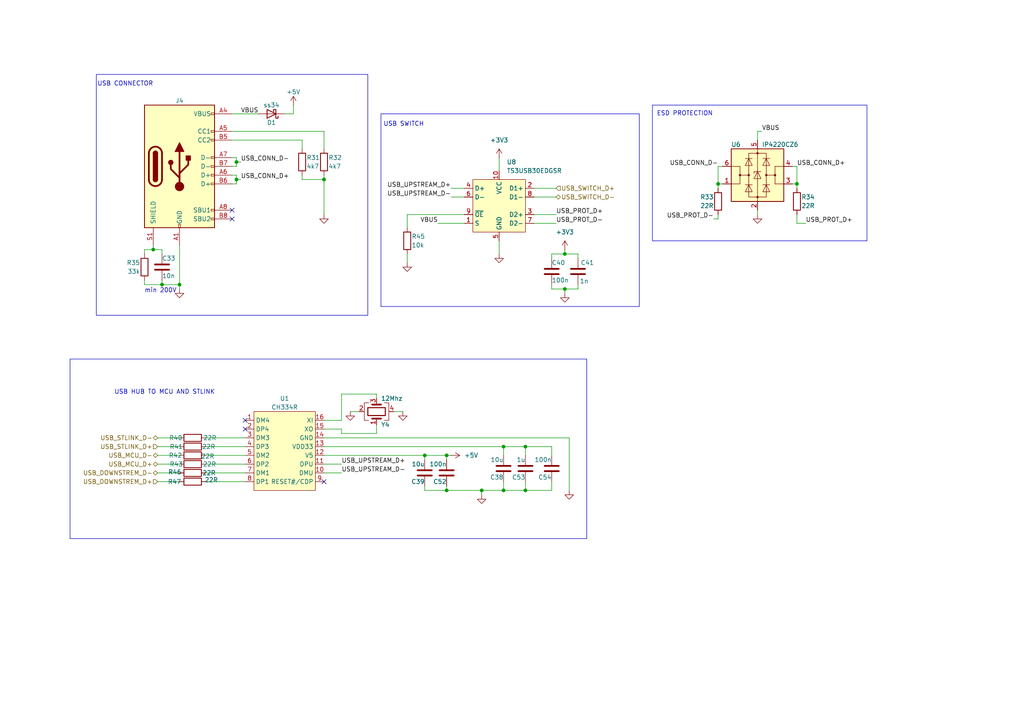
<source format=kicad_sch>
(kicad_sch (version 20231120) (generator "eeschema") (generator_version "8.0")
  (paper "A4")
  (title_block (title "USB") (date "2025-01-10") (rev "1.0") (company "Patryk Dudziński"))
  (lib_symbols
    (symbol "Connector:USB_C_Receptacle_USB2.0" (pin_names (offset 1.016))
      (property "Reference" "J" (at -10.16 19.05 0))
      (property "Value" "USB_C_Receptacle_USB2.0" (at 19.05 19.05 0))
      (symbol "USB_C_Receptacle_USB2.0_0_0"
        (rectangle (start -0.254 -17.78) (end 0.254 -16.764))
        (rectangle (start 10.16 -14.986) (end 9.144 -15.494))
        (rectangle (start 10.16 -12.446) (end 9.144 -12.954))
        (rectangle (start 10.16 -4.826) (end 9.144 -5.334))
        (rectangle (start 10.16 -2.286) (end 9.144 -2.794))
        (rectangle (start 10.16 0.254) (end 9.144 -0.254))
        (rectangle (start 10.16 2.794) (end 9.144 2.286))
        (rectangle (start 10.16 7.874) (end 9.144 7.366))
        (rectangle (start 10.16 10.414) (end 9.144 9.906))
        (rectangle (start 10.16 15.494) (end 9.144 14.986))
      )
      (symbol "USB_C_Receptacle_USB2.0_0_1"
        (rectangle (start -10.16 17.78) (end 10.16 -17.78) (stroke (width 0.254)) (fill (type background)))
        (arc (start -8.89 -3.81) (mid -6.985 -5.7067) (end -5.08 -3.81) (stroke (width 0.508)))
        (arc (start -7.62 -3.81) (mid -6.985 -4.4423) (end -6.35 -3.81) (stroke (width 0.254)))
        (arc (start -7.62 -3.81) (mid -6.985 -4.4423) (end -6.35 -3.81) (stroke (width 0.254)) (fill (type outline)))
        (rectangle (start -7.62 -3.81) (end -6.35 3.81) (stroke (width 0.254)) (fill (type outline)))
        (arc (start -6.35 3.81) (mid -6.985 4.4423) (end -7.62 3.81) (stroke (width 0.254)))
        (arc (start -6.35 3.81) (mid -6.985 4.4423) (end -7.62 3.81) (stroke (width 0.254)) (fill (type outline)))
        (arc (start -5.08 3.81) (mid -6.985 5.7067) (end -8.89 3.81) (stroke (width 0.508)))
        (circle (center -2.54 1.143) (radius 0.635) (stroke (width 0.254)) (fill (type outline)))
        (circle (center 0 -5.842) (radius 1.27) (fill (type outline)))
        (polyline (pts (xy -8.89 -3.81) (xy -8.89 3.81)) (stroke (width 0.508)))
        (polyline (pts (xy -5.08 3.81) (xy -5.08 -3.81)) (stroke (width 0.508)))
        (polyline (pts (xy 0 -5.842) (xy 0 4.318)) (stroke (width 0.508)))
        (polyline (pts (xy 0 -3.302) (xy -2.54 -0.762) (xy -2.54 0.508)) (stroke (width 0.508)))
        (polyline (pts (xy 0 -2.032) (xy 2.54 0.508) (xy 2.54 1.778)) (stroke (width 0.508)))
        (polyline (pts (xy -1.27 4.318) (xy 0 6.858) (xy 1.27 4.318) (xy -1.27 4.318)) (stroke (width 0.254)) (fill (type outline)))
        (rectangle (start 1.905 1.778) (end 3.175 3.048) (stroke (width 0.254)) (fill (type outline)))
      )
      (symbol "USB_C_Receptacle_USB2.0_1_1"
        (pin passive line (at 0 -22.86 90) (length 5.08) (name "GND") (number "A1"))
        (pin passive line (at 0 -22.86 90) (length 5.08) hide (name "GND") (number "A12"))
        (pin passive line (at 15.24 15.24 180) (length 5.08) (name "VBUS") (number "A4"))
        (pin bidirectional line (at 15.24 10.16 180) (length 5.08) (name "CC1") (number "A5"))
        (pin bidirectional line (at 15.24 -2.54 180) (length 5.08) (name "D+") (number "A6"))
        (pin bidirectional line (at 15.24 2.54 180) (length 5.08) (name "D-") (number "A7"))
        (pin bidirectional line (at 15.24 -12.7 180) (length 5.08) (name "SBU1") (number "A8"))
        (pin passive line (at 15.24 15.24 180) (length 5.08) hide (name "VBUS") (number "A9"))
        (pin passive line (at 0 -22.86 90) (length 5.08) hide (name "GND") (number "B1"))
        (pin passive line (at 0 -22.86 90) (length 5.08) hide (name "GND") (number "B12"))
        (pin passive line (at 15.24 15.24 180) (length 5.08) hide (name "VBUS") (number "B4"))
        (pin bidirectional line (at 15.24 7.62 180) (length 5.08) (name "CC2") (number "B5"))
        (pin bidirectional line (at 15.24 -5.08 180) (length 5.08) (name "D+") (number "B6"))
        (pin bidirectional line (at 15.24 0 180) (length 5.08) (name "D-") (number "B7"))
        (pin bidirectional line (at 15.24 -15.24 180) (length 5.08) (name "SBU2") (number "B8"))
        (pin passive line (at 15.24 15.24 180) (length 5.08) hide (name "VBUS") (number "B9"))
        (pin passive line (at -7.62 -22.86 90) (length 5.08) (name "SHIELD") (number "S1"))
      )
    )
    (symbol "Device:C" (pin_numbers hide) (pin_names (offset 0.254))
      (property "Reference" "C" (at 0.635 2.54 0))
      (property "Value" "C" (at 0.635 -2.54 0))
      (symbol "C_0_1"
        (polyline (pts (xy -2.032 -0.762) (xy 2.032 -0.762)) (stroke (width 0.508)))
        (polyline (pts (xy -2.032 0.762) (xy 2.032 0.762)) (stroke (width 0.508)))
      )
      (symbol "C_1_1"
        (pin passive line (at 0 3.81 270) (length 2.794) (name "~") (number "1"))
        (pin passive line (at 0 -3.81 90) (length 2.794) (name "~") (number "2"))
      )
    )
    (symbol "Device:Crystal_GND24" (pin_names (offset 1.016) hide)
      (property "Reference" "Y" (at 3.175 5.08 0))
      (property "Value" "Crystal_GND24" (at 3.175 3.175 0))
      (symbol "Crystal_GND24_0_1"
        (rectangle (start -1.143 2.54) (end 1.143 -2.54) (stroke (width 0.3048)))
        (polyline (pts (xy -2.54 0) (xy -2.032 0)))
        (polyline (pts (xy -2.032 -1.27) (xy -2.032 1.27)) (stroke (width 0.508)))
        (polyline (pts (xy 0 -3.81) (xy 0 -3.556)))
        (polyline (pts (xy 0 3.556) (xy 0 3.81)))
        (polyline (pts (xy 2.032 -1.27) (xy 2.032 1.27)) (stroke (width 0.508)))
        (polyline (pts (xy 2.032 0) (xy 2.54 0)))
        (polyline (pts (xy -2.54 -2.286) (xy -2.54 -3.556) (xy 2.54 -3.556) (xy 2.54 -2.286)))
        (polyline (pts (xy -2.54 2.286) (xy -2.54 3.556) (xy 2.54 3.556) (xy 2.54 2.286)))
      )
      (symbol "Crystal_GND24_1_1"
        (pin passive line (at -3.81 0 0) (length 1.27) (name "1") (number "1"))
        (pin passive line (at 0 5.08 270) (length 1.27) (name "2") (number "2"))
        (pin passive line (at 3.81 0 180) (length 1.27) (name "3") (number "3"))
        (pin passive line (at 0 -5.08 90) (length 1.27) (name "4") (number "4"))
      )
    )
    (symbol "Device:D_Schottky" (pin_numbers hide) (pin_names (offset 1.016) hide)
      (property "Reference" "D" (at 0 2.54 0))
      (property "Value" "D_Schottky" (at 0 -2.54 0))
      (symbol "D_Schottky_0_1"
        (polyline (pts (xy 1.27 0) (xy -1.27 0)))
        (polyline (pts (xy 1.27 1.27) (xy 1.27 -1.27) (xy -1.27 0) (xy 1.27 1.27)) (stroke (width 0.254)))
        (polyline (pts (xy -1.905 0.635) (xy -1.905 1.27) (xy -1.27 1.27) (xy -1.27 -1.27) (xy -0.635 -1.27) (xy -0.635 -0.635)) (stroke (width 0.254)))
      )
      (symbol "D_Schottky_1_1"
        (pin passive line (at -3.81 0 0) (length 2.54) (name "K") (number "1"))
        (pin passive line (at 3.81 0 180) (length 2.54) (name "A") (number "2"))
      )
    )
    (symbol "Device:R" (pin_numbers hide) (pin_names (offset 0))
      (property "Reference" "R" (at 2.032 0 90))
      (property "Value" "R" (at 0 0 90))
      (symbol "R_0_1"
        (rectangle (start -1.016 -2.54) (end 1.016 2.54) (stroke (width 0.254)))
      )
      (symbol "R_1_1"
        (pin passive line (at 0 3.81 270) (length 1.27) (name "~") (number "1"))
        (pin passive line (at 0 -3.81 90) (length 1.27) (name "~") (number "2"))
      )
    )
    (symbol "Interface_USB:TS3USB30EDGSR"
      (property "Reference" "U" (at -6.35 8.89 0))
      (property "Value" "TS3USB30EDGSR" (at 8.89 8.89 0))
      (symbol "TS3USB30EDGSR_1_1"
        (rectangle (start -7.62 7.62) (end 7.62 -7.62) (fill (type background)))
        (pin input line (at -10.16 -5.08 0) (length 2.54) (name "S") (number "1"))
        (pin power_in line (at 0 10.16 270) (length 2.54) (name "VCC") (number "10"))
        (pin bidirectional line (at 10.16 5.08 180) (length 2.54) (name "D1+") (number "2"))
        (pin bidirectional line (at 10.16 -2.54 180) (length 2.54) (name "D2+") (number "3"))
        (pin bidirectional line (at -10.16 5.08 0) (length 2.54) (name "D+") (number "4"))
        (pin power_in line (at 0 -10.16 90) (length 2.54) (name "GND") (number "5"))
        (pin bidirectional line (at -10.16 2.54 0) (length 2.54) (name "D-") (number "6"))
        (pin bidirectional line (at 10.16 -5.08 180) (length 2.54) (name "D2-") (number "7"))
        (pin bidirectional line (at 10.16 2.54 180) (length 2.54) (name "D1-") (number "8"))
        (pin input line (at -10.16 -2.54 0) (length 2.54) (name "~{OE}") (number "9"))
      )
    )
    (symbol "Power_Protection:USBLC6-2SC6" (pin_names hide)
      (property "Reference" "U" (at 2.54 8.89 0))
      (property "Value" "USBLC6-2SC6" (at 2.54 -8.89 0))
      (symbol "USBLC6-2SC6_0_1"
        (rectangle (start -7.62 -7.62) (end 7.62 7.62) (stroke (width 0.254)) (fill (type background)))
        (circle (center -5.08 0) (radius 0.254) (fill (type outline)))
        (circle (center -2.54 0) (radius 0.254) (fill (type outline)))
        (rectangle (start -2.54 6.35) (end 2.54 -6.35))
        (circle (center 0 -6.35) (radius 0.254) (fill (type outline)))
        (polyline (pts (xy -5.08 -2.54) (xy -7.62 -2.54)))
        (polyline (pts (xy -5.08 0) (xy -5.08 -2.54)))
        (polyline (pts (xy -5.08 2.54) (xy -7.62 2.54)))
        (polyline (pts (xy -1.524 -2.794) (xy -3.556 -2.794)))
        (polyline (pts (xy -1.524 4.826) (xy -3.556 4.826)))
        (polyline (pts (xy 0 -7.62) (xy 0 -6.35)))
        (polyline (pts (xy 0 -6.35) (xy 0 1.27)))
        (polyline (pts (xy 0 1.27) (xy 0 6.35)))
        (polyline (pts (xy 0 6.35) (xy 0 7.62)))
        (polyline (pts (xy 1.524 -2.794) (xy 3.556 -2.794)))
        (polyline (pts (xy 1.524 4.826) (xy 3.556 4.826)))
        (polyline (pts (xy 5.08 -2.54) (xy 7.62 -2.54)))
        (polyline (pts (xy 5.08 0) (xy 5.08 -2.54)))
        (polyline (pts (xy 5.08 2.54) (xy 7.62 2.54)))
        (polyline (pts (xy -2.54 0) (xy -5.08 0) (xy -5.08 2.54)))
        (polyline (pts (xy 2.54 0) (xy 5.08 0) (xy 5.08 2.54)))
        (polyline (pts (xy -3.556 -4.826) (xy -1.524 -4.826) (xy -2.54 -2.794) (xy -3.556 -4.826)))
        (polyline (pts (xy -3.556 2.794) (xy -1.524 2.794) (xy -2.54 4.826) (xy -3.556 2.794)))
        (polyline (pts (xy -1.016 -1.016) (xy 1.016 -1.016) (xy 0 1.016) (xy -1.016 -1.016)))
        (polyline (pts (xy 1.016 1.016) (xy 0.762 1.016) (xy -1.016 1.016) (xy -1.016 0.508)))
        (polyline (pts (xy 3.556 -4.826) (xy 1.524 -4.826) (xy 2.54 -2.794) (xy 3.556 -4.826)))
        (polyline (pts (xy 3.556 2.794) (xy 1.524 2.794) (xy 2.54 4.826) (xy 3.556 2.794)))
        (circle (center 0 6.35) (radius 0.254) (fill (type outline)))
        (circle (center 2.54 0) (radius 0.254) (fill (type outline)))
        (circle (center 5.08 0) (radius 0.254) (fill (type outline)))
      )
      (symbol "USBLC6-2SC6_1_1"
        (pin passive line (at -10.16 -2.54 0) (length 2.54) (name "I/O1") (number "1"))
        (pin passive line (at 0 -10.16 90) (length 2.54) (name "GND") (number "2"))
        (pin passive line (at 10.16 -2.54 180) (length 2.54) (name "I/O2") (number "3"))
        (pin passive line (at 10.16 2.54 180) (length 2.54) (name "I/O2") (number "4"))
        (pin passive line (at 0 10.16 270) (length 2.54) (name "VBUS") (number "5"))
        (pin passive line (at -10.16 2.54 0) (length 2.54) (name "I/O1") (number "6"))
      )
    )
    (symbol "WCH_USB:CH334R"
      (property "Reference" "U" (at 0 3.81 0))
      (property "Value" "CH334R" (at 0 1.27 0))
      (symbol "CH334R_0_1"
        (rectangle (start -8.89 0) (end 8.89 -22.86) (stroke (width 0.1524)) (fill (type background)))
      )
      (symbol "CH334R_1_1"
        (pin bidirectional line (at -11.43 -2.54 0) (length 2.54) (name "DM4") (number "1"))
        (pin bidirectional line (at 11.43 -17.78 180) (length 2.54) (name "DMU") (number "10"))
        (pin bidirectional line (at 11.43 -15.24 180) (length 2.54) (name "DPU") (number "11"))
        (pin power_in line (at 11.43 -12.7 180) (length 2.54) (name "V5") (number "12"))
        (pin power_out line (at 11.43 -10.16 180) (length 2.54) (name "VDD33") (number "13"))
        (pin power_in line (at 11.43 -7.62 180) (length 2.54) (name "GND") (number "14"))
        (pin bidirectional line (at 11.43 -5.08 180) (length 2.54) (name "XO") (number "15"))
        (pin bidirectional line (at 11.43 -2.54 180) (length 2.54) (name "XI") (number "16"))
        (pin bidirectional line (at -11.43 -5.08 0) (length 2.54) (name "DP4") (number "2"))
        (pin bidirectional line (at -11.43 -7.62 0) (length 2.54) (name "DM3") (number "3"))
        (pin bidirectional line (at -11.43 -10.16 0) (length 2.54) (name "DP3") (number "4"))
        (pin bidirectional line (at -11.43 -12.7 0) (length 2.54) (name "DM2") (number "5"))
        (pin bidirectional line (at -11.43 -15.24 0) (length 2.54) (name "DP2") (number "6"))
        (pin bidirectional line (at -11.43 -17.78 0) (length 2.54) (name "DM1") (number "7"))
        (pin bidirectional line (at -11.43 -20.32 0) (length 2.54) (name "DP1") (number "8"))
        (pin bidirectional line (at 11.43 -20.32 180) (length 2.54) (name "RESET#/CDP") (number "9"))
      )
    )
    (symbol "power:+3V3" (power) (pin_numbers hide) (pin_names (offset 0) hide)
      (property "Value" "+3V3" (at 0 3.556 0))
      (symbol "+3V3_0_1"
        (polyline (pts (xy -0.762 1.27) (xy 0 2.54)))
        (polyline (pts (xy 0 0) (xy 0 2.54)))
        (polyline (pts (xy 0 2.54) (xy 0.762 1.27)))
      )
      (symbol "+3V3_1_1"
        (pin power_in line (at 0 0 90) (length 0) (name "~") (number "1"))
      )
    )
    (symbol "power:+5V" (power) (pin_numbers hide) (pin_names (offset 0) hide)
      (property "Value" "+5V" (at 0 3.556 0))
      (symbol "+5V_0_1"
        (polyline (pts (xy -0.762 1.27) (xy 0 2.54)))
        (polyline (pts (xy 0 0) (xy 0 2.54)))
        (polyline (pts (xy 0 2.54) (xy 0.762 1.27)))
      )
      (symbol "+5V_1_1"
        (pin power_in line (at 0 0 90) (length 0) (name "~") (number "1"))
      )
    )
    (symbol "power:GND" (power) (pin_names (offset 0))
      (property "Value" "GND" (at 0 -3.81 0))
      (symbol "GND_0_1"
        (polyline (pts (xy 0 0) (xy 0 -1.27) (xy 1.27 -1.27) (xy 0 -2.54) (xy -1.27 -1.27) (xy 0 -1.27)))
      )
      (symbol "GND_1_1"
        (pin power_in line (at 0 0 270) (length 0) hide (name "GND") (number "1"))
      )
    )
  )
  (junction (at 208.28 53.34))
  (junction (at 52.07 82.55))
  (junction (at 123.19 132.08))
  (junction (at 93.98 52.07))
  (junction (at 46.99 82.55))
  (junction (at 129.54 132.08))
  (junction (at 129.54 142.24))
  (junction (at 146.05 129.54))
  (junction (at 68.58 46.99))
  (junction (at 146.05 142.24))
  (junction (at 139.7 142.24))
  (junction (at 231.14 53.34))
  (junction (at 68.58 52.07))
  (junction (at 163.83 73.66))
  (junction (at 152.4 129.54))
  (junction (at 152.4 142.24))
  (junction (at 44.45 72.39))
  (junction (at 163.83 83.82))
  (no_connect (at 67.31 63.5))
  (no_connect (at 71.12 124.46))
  (no_connect (at 71.12 121.92))
  (no_connect (at 67.31 60.96))
  (no_connect (at 93.98 139.7))
  (wire (pts (xy 44.45 72.39) (xy 41.91 72.39)))
  (wire (pts (xy 144.78 69.85) (xy 144.78 73.66)))
  (wire (pts (xy 93.98 132.08) (xy 123.19 132.08)))
  (wire (pts (xy 118.11 62.23) (xy 134.62 62.23)))
  (wire (pts (xy 208.28 53.34) (xy 209.55 53.34)))
  (wire (pts (xy 154.94 62.23) (xy 161.29 62.23)))
  (wire (pts (xy 129.54 133.35) (xy 129.54 132.08)))
  (wire (pts (xy 59.69 127) (xy 71.12 127)))
  (wire (pts (xy 68.58 52.07) (xy 69.85 52.07)))
  (wire (pts (xy 59.69 129.54) (xy 71.12 129.54)))
  (wire (pts (xy 167.64 73.66) (xy 167.64 74.93)))
  (wire (pts (xy 208.28 48.26) (xy 208.28 53.34)))
  (wire (pts (xy 68.58 50.8) (xy 67.31 50.8)))
  (wire (pts (xy 93.98 129.54) (xy 146.05 129.54)))
  (wire (pts (xy 130.81 57.15) (xy 134.62 57.15)))
  (wire (pts (xy 59.69 132.08) (xy 71.12 132.08)))
  (wire (pts (xy 146.05 129.54) (xy 146.05 132.08)))
  (wire (pts (xy 99.06 125.73) (xy 109.22 125.73)))
  (wire (pts (xy 152.4 129.54) (xy 160.02 129.54)))
  (wire (pts (xy 167.64 83.82) (xy 167.64 82.55)))
  (wire (pts (xy 59.69 137.16) (xy 71.12 137.16)))
  (wire (pts (xy 219.71 38.1) (xy 219.71 40.64)))
  (wire (pts (xy 123.19 142.24) (xy 129.54 142.24)))
  (wire (pts (xy 129.54 132.08) (xy 130.81 132.08)))
  (wire (pts (xy 68.58 45.72) (xy 67.31 45.72)))
  (wire (pts (xy 52.07 71.12) (xy 52.07 82.55)))
  (wire (pts (xy 163.83 83.82) (xy 163.83 85.09)))
  (wire (pts (xy 44.45 71.12) (xy 44.45 72.39)))
  (wire (pts (xy 46.99 72.39) (xy 46.99 73.66)))
  (wire (pts (xy 41.91 82.55) (xy 46.99 82.55)))
  (wire (pts (xy 114.3 119.38) (xy 116.84 119.38)))
  (wire (pts (xy 123.19 140.97) (xy 123.19 142.24)))
  (wire (pts (xy 231.14 48.26) (xy 231.14 53.34)))
  (wire (pts (xy 68.58 53.34) (xy 68.58 52.07)))
  (wire (pts (xy 101.6 119.38) (xy 104.14 119.38)))
  (wire (pts (xy 87.63 50.8) (xy 87.63 52.07)))
  (wire (pts (xy 130.81 54.61) (xy 134.62 54.61)))
  (wire (pts (xy 167.64 73.66) (xy 163.83 73.66)))
  (wire (pts (xy 67.31 33.02) (xy 74.93 33.02)))
  (wire (pts (xy 52.07 82.55) (xy 52.07 83.82)))
  (wire (pts (xy 67.31 53.34) (xy 68.58 53.34)))
  (wire (pts (xy 46.99 82.55) (xy 46.99 81.28)))
  (wire (pts (xy 163.83 83.82) (xy 167.64 83.82)))
  (wire (pts (xy 160.02 139.7) (xy 160.02 142.24)))
  (wire (pts (xy 41.91 72.39) (xy 41.91 73.66)))
  (wire (pts (xy 160.02 82.55) (xy 160.02 83.82)))
  (wire (pts (xy 87.63 52.07) (xy 93.98 52.07)))
  (wire (pts (xy 129.54 140.97) (xy 129.54 142.24)))
  (wire (pts (xy 59.69 134.62) (xy 71.12 134.62)))
  (wire (pts (xy 229.87 48.26) (xy 231.14 48.26)))
  (wire (pts (xy 163.83 73.66) (xy 163.83 72.39)))
  (wire (pts (xy 127 64.77) (xy 134.62 64.77)))
  (wire (pts (xy 139.7 142.24) (xy 139.7 143.51)))
  (wire (pts (xy 152.4 139.7) (xy 152.4 142.24)))
  (wire (pts (xy 45.72 137.16) (xy 52.07 137.16)))
  (wire (pts (xy 59.69 139.7) (xy 71.12 139.7)))
  (wire (pts (xy 93.98 50.8) (xy 93.98 52.07)))
  (wire (pts (xy 219.71 60.96) (xy 219.71 62.23)))
  (wire (pts (xy 41.91 81.28) (xy 41.91 82.55)))
  (wire (pts (xy 160.02 73.66) (xy 160.02 74.93)))
  (wire (pts (xy 207.01 63.5) (xy 208.28 63.5)))
  (wire (pts (xy 99.06 114.3) (xy 99.06 121.92)))
  (wire (pts (xy 93.98 52.07) (xy 93.98 62.23)))
  (wire (pts (xy 87.63 40.64) (xy 87.63 43.18)))
  (wire (pts (xy 160.02 83.82) (xy 163.83 83.82)))
  (wire (pts (xy 93.98 134.62) (xy 99.06 134.62)))
  (wire (pts (xy 233.68 64.77) (xy 231.14 64.77)))
  (wire (pts (xy 163.83 73.66) (xy 160.02 73.66)))
  (wire (pts (xy 152.4 142.24) (xy 146.05 142.24)))
  (wire (pts (xy 139.7 142.24) (xy 129.54 142.24)))
  (wire (pts (xy 109.22 114.3) (xy 109.22 115.57)))
  (wire (pts (xy 123.19 132.08) (xy 129.54 132.08)))
  (wire (pts (xy 68.58 52.07) (xy 68.58 50.8)))
  (wire (pts (xy 45.72 134.62) (xy 52.07 134.62)))
  (wire (pts (xy 146.05 129.54) (xy 152.4 129.54)))
  (wire (pts (xy 67.31 40.64) (xy 87.63 40.64)))
  (wire (pts (xy 154.94 57.15) (xy 161.29 57.15)))
  (wire (pts (xy 208.28 63.5) (xy 208.28 62.23)))
  (wire (pts (xy 208.28 48.26) (xy 209.55 48.26)))
  (wire (pts (xy 165.1 127) (xy 93.98 127)))
  (wire (pts (xy 160.02 142.24) (xy 152.4 142.24)))
  (wire (pts (xy 68.58 48.26) (xy 68.58 46.99)))
  (wire (pts (xy 118.11 73.66) (xy 118.11 76.2)))
  (wire (pts (xy 231.14 64.77) (xy 231.14 62.23)))
  (wire (pts (xy 118.11 66.04) (xy 118.11 62.23)))
  (wire (pts (xy 109.22 123.19) (xy 109.22 125.73)))
  (wire (pts (xy 146.05 142.24) (xy 146.05 139.7)))
  (wire (pts (xy 45.72 129.54) (xy 52.07 129.54)))
  (wire (pts (xy 93.98 43.18) (xy 93.98 38.1)))
  (wire (pts (xy 231.14 54.61) (xy 231.14 53.34)))
  (wire (pts (xy 165.1 142.24) (xy 165.1 127)))
  (wire (pts (xy 154.94 64.77) (xy 161.29 64.77)))
  (wire (pts (xy 67.31 48.26) (xy 68.58 48.26)))
  (wire (pts (xy 160.02 132.08) (xy 160.02 129.54)))
  (wire (pts (xy 68.58 46.99) (xy 69.85 46.99)))
  (wire (pts (xy 46.99 82.55) (xy 52.07 82.55)))
  (wire (pts (xy 45.72 127) (xy 52.07 127)))
  (wire (pts (xy 93.98 121.92) (xy 99.06 121.92)))
  (wire (pts (xy 123.19 133.35) (xy 123.19 132.08)))
  (wire (pts (xy 139.7 142.24) (xy 146.05 142.24)))
  (wire (pts (xy 99.06 124.46) (xy 93.98 124.46)))
  (wire (pts (xy 99.06 125.73) (xy 99.06 124.46)))
  (wire (pts (xy 45.72 132.08) (xy 52.07 132.08)))
  (wire (pts (xy 85.09 33.02) (xy 85.09 30.48)))
  (wire (pts (xy 144.78 45.72) (xy 144.78 49.53)))
  (wire (pts (xy 67.31 38.1) (xy 93.98 38.1)))
  (wire (pts (xy 208.28 54.61) (xy 208.28 53.34)))
  (wire (pts (xy 231.14 53.34) (xy 229.87 53.34)))
  (wire (pts (xy 99.06 114.3) (xy 109.22 114.3)))
  (wire (pts (xy 152.4 129.54) (xy 152.4 132.08)))
  (wire (pts (xy 45.72 139.7) (xy 52.07 139.7)))
  (wire (pts (xy 220.98 38.1) (xy 219.71 38.1)))
  (wire (pts (xy 93.98 137.16) (xy 99.06 137.16)))
  (wire (pts (xy 68.58 46.99) (xy 68.58 45.72)))
  (wire (pts (xy 82.55 33.02) (xy 85.09 33.02)))
  (wire (pts (xy 44.45 72.39) (xy 46.99 72.39)))
  (wire (pts (xy 154.94 54.61) (xy 161.29 54.61)))
  (rectangle (start 27.94 21.59) (end 106.68 91.44))
  (rectangle (start 20.32 104.14) (end 170.18 156.21))
  (rectangle (start 110.49 33.02) (end 185.42 88.9))
  (rectangle (start 189.23 30.48) (end 251.46 69.85))
  (text "USB SWITCH" (at 117.094 36.068 0) (effects (font (size 1.27 1.27))))
  (text "USB CONNECTOR\n" (at 36.322 24.384 0) (effects (font (size 1.27 1.27))))
  (text "USB HUB TO MCU AND STLINK" (at 47.752 113.792 0) (effects (font (size 1.27 1.27))))
  (text "ESD PROTECTION\n" (at 198.628 33.02 0) (effects (font (size 1.27 1.27))))
  (text "min 200V" (at 41.91 85.09 0) (effects (font (size 1.27 1.27)) (justify left bottom)))
  (label "USB_CONN_D+" (at 231.14 48.26 0))
  (label "VBUS" (at 127 64.77 180))
  (label "USB_UPSTREAM_D-" (at 99.06 137.16 0))
  (label "USB_UPSTREAM_D+" (at 130.81 54.61 180))
  (label "USB_CONN_D+" (at 69.85 52.07 0))
  (label "USB_PROT_D-" (at 207.01 63.5 180))
  (label "VBUS" (at 220.98 38.1 0))
  (label "USB_PROT_D+" (at 161.29 62.23 0))
  (label "USB_CONN_D-" (at 69.85 46.99 0))
  (label "USB_PROT_D-" (at 161.29 64.77 0))
  (label "VBUS" (at 69.85 33.02 0))
  (label "USB_CONN_D-" (at 208.28 48.26 180))
  (label "USB_PROT_D+" (at 233.68 64.77 0))
  (label "USB_UPSTREAM_D+" (at 99.06 134.62 0))
  (label "USB_UPSTREAM_D-" (at 130.81 57.15 180))
  (hierarchical_label "USB_MCU_D-" (shape bidirectional) (at 45.72 132.08 180))
  (hierarchical_label "USB_DOWNSTREM_D-" (shape bidirectional) (at 45.72 137.16 180))
  (hierarchical_label "USB_STLINK_D+" (shape input) (at 45.72 129.54 180))
  (hierarchical_label "USB_STLINK_D-" (shape bidirectional) (at 45.72 127 180))
  (hierarchical_label "USB_DOWNSTREM_D+" (shape input) (at 45.72 139.7 180))
  (hierarchical_label "USB_SWITCH_D+" (shape input) (at 161.29 54.61 0))
  (hierarchical_label "USB_SWITCH_D-" (shape bidirectional) (at 161.29 57.15 0))
  (hierarchical_label "USB_MCU_D+" (shape bidirectional) (at 45.72 134.62 180))
  (symbol (lib_id "Connector:USB_C_Receptacle_USB2.0") (at 52.07 48.26 0) (unit 1)
    (property "Reference" "J4" (at 52.07 29.21 0))
    (property "Value" "USB_C_Receptacle_USB2.0" (effects (hide yes)))
    (property "Footprint" "Connector_USB:USB_C_Receptacle_G-Switch_GT-USB-7010ASV" (effects (hide yes)))
    (property "Datasheet" "https://www.usb.org/sites/default/files/documents/usb_type-c.zip" (effects (hide yes)))
  )
  (symbol (lib_id "power:+3V3") (at 144.78 45.72 0) (unit 1)
    (property "Reference" "#PWR049" (effects (hide yes)))
    (property "Value" "+3V3" (at 144.78 40.64 0))
    (property "Description" "Power symbol creates a global label with name \"+3V3\"" (effects (hide yes)))
  )
  (symbol (lib_id "Device:C") (at 123.19 137.16 180) (unit 1)
    (property "Reference" "C39" (at 123.19 139.7 0) (effects (justify left)))
    (property "Value" "10u" (at 123.19 134.62 0) (effects (justify left)))
    (property "Footprint" "Capacitor_SMD:C_0603_1608Metric" (effects (hide yes)))
  )
  (symbol (lib_id "Device:R") (at 118.11 69.85 180) (unit 1)
    (property "Reference" "R45" (at 119.38 68.58 0) (effects (justify right)))
    (property "Value" "10k" (at 119.38 71.12 0) (effects (justify right)))
    (property "Footprint" "Resistor_SMD:R_0402_1005Metric" (effects (hide yes)))
  )
  (symbol (lib_id "Device:R") (at 87.63 46.99 0) (mirror x) (unit 1)
    (property "Reference" "R31" (at 88.9 45.72 0) (effects (justify left)))
    (property "Value" "4k7" (at 88.9 48.26 0) (effects (justify left)))
    (property "Footprint" "Resistor_SMD:R_0402_1005Metric" (effects (hide yes)))
  )
  (symbol (lib_id "power:GND") (at 163.83 85.09 0) (unit 1)
    (property "Reference" "#PWR085" (effects (hide yes)))
    (property "Value" "GND" (effects (hide yes)))
  )
  (symbol (lib_id "power:GND") (at 139.7 143.51 0) (unit 1)
    (property "Reference" "#PWR024" (effects (hide yes)))
    (property "Value" "GND" (effects (hide yes)))
  )
  (symbol (lib_id "power:GND") (at 144.78 73.66 0) (unit 1)
    (property "Reference" "#PWR050" (effects (hide yes)))
    (property "Value" "GND" (effects (hide yes)))
  )
  (symbol (lib_id "power:GND") (at 165.1 142.24 0) (unit 1)
    (property "Reference" "#PWR071" (effects (hide yes)))
    (property "Value" "GND" (effects (hide yes)))
  )
  (symbol (lib_id "Device:C") (at 129.54 137.16 180) (unit 1)
    (property "Reference" "C52" (at 129.54 139.7 0) (effects (justify left)))
    (property "Value" "100n" (at 129.54 134.62 0) (effects (justify left)))
    (property "Footprint" "Capacitor_SMD:C_0603_1608Metric" (effects (hide yes)))
  )
  (symbol (lib_id "Device:C") (at 46.99 77.47 0) (unit 1)
    (property "Reference" "C33" (at 46.99 74.93 0) (effects (justify left)))
    (property "Value" "10n" (at 46.99 80.01 0) (effects (justify left)))
    (property "Footprint" "Capacitor_SMD:C_0402_1005Metric" (effects (hide yes)))
  )
  (symbol (lib_id "Device:C") (at 152.4 135.89 180) (unit 1)
    (property "Reference" "C53" (at 152.4 138.43 0) (effects (justify left)))
    (property "Value" "1u" (at 152.4 133.35 0) (effects (justify left)))
    (property "Footprint" "Capacitor_SMD:C_0603_1608Metric" (effects (hide yes)))
  )
  (symbol (lib_id "Device:D_Schottky") (at 78.74 33.02 180) (unit 1)
    (property "Reference" "D1" (at 78.74 35.56 0))
    (property "Value" "ss34" (at 78.74 30.48 0))
    (property "Footprint" "Diode_SMD:D_SMA" (effects (hide yes)))
  )
  (symbol (lib_id "Device:C") (at 167.64 78.74 0) (unit 1)
    (property "Reference" "C41" (at 168.402 76.2 0) (effects (justify left)))
    (property "Value" "1n" (at 168.148 81.534 0) (effects (justify left)))
    (property "Footprint" "Capacitor_SMD:C_0402_1005Metric" (effects (hide yes)))
  )
  (symbol (lib_id "Device:R") (at 55.88 137.16 270) (mirror x) (unit 1)
    (property "Reference" "R46" (at 48.768 136.906 90) (effects (justify left)))
    (property "Value" "22R" (at 58.674 137.16 90) (effects (justify left)))
    (property "Footprint" "Resistor_SMD:R_0402_1005Metric" (effects (hide yes)))
  )
  (symbol (lib_id "Interface_USB:TS3USB30EDGSR") (at 144.78 59.69 0) (unit 1)
    (property "Reference" "U8" (at 146.9741 46.99 0) (effects (justify left)))
    (property "Value" "TS3USB30EDGSR" (at 146.9741 49.53 0) (effects (justify left)))
    (property "Footprint" "Package_SO:VSSOP-10_3x3mm_P0.5mm" (effects (hide yes)))
    (property "Datasheet" "https://www.ti.com/lit/ds/symlink/ts3usb30e.pdf" (effects (hide yes)))
    (property "Description" "ESD-Protected, High-Speed USB 2.0 (480-Mbps) 1:2 Multiplexer/Demultiplexer Switch With Single Enable, VSSOP-10" (effects (hide yes)))
  )
  (symbol (lib_id "Device:R") (at 55.88 132.08 90) (unit 1)
    (property "Reference" "R42" (at 52.832 132.08 90) (effects (justify left)))
    (property "Value" "22R" (at 62.23 132.334 90) (effects (justify left)))
    (property "Footprint" "Resistor_SMD:R_0402_1005Metric" (effects (hide yes)))
  )
  (symbol (lib_id "power:GND") (at 52.07 83.82 0) (unit 1)
    (property "Reference" "#PWR068" (effects (hide yes)))
    (property "Value" "GND" (effects (hide yes)))
  )
  (symbol (lib_id "Device:R") (at 93.98 46.99 180) (unit 1)
    (property "Reference" "R32" (at 95.25 45.72 0) (effects (justify right)))
    (property "Value" "4k7" (at 95.25 48.26 0) (effects (justify right)))
    (property "Footprint" "Resistor_SMD:R_0402_1005Metric" (effects (hide yes)))
  )
  (symbol (lib_id "Device:R") (at 55.88 129.54 90) (unit 1)
    (property "Reference" "R41" (at 53.086 129.54 90) (effects (justify left)))
    (property "Value" "22R" (at 62.484 129.54 90) (effects (justify left)))
    (property "Footprint" "Resistor_SMD:R_0402_1005Metric" (effects (hide yes)))
  )
  (symbol (lib_id "power:GND") (at 219.71 62.23 0) (unit 1)
    (property "Reference" "#PWR066" (effects (hide yes)))
    (property "Value" "GND" (effects (hide yes)))
  )
  (symbol (lib_id "Device:R") (at 55.88 134.62 90) (unit 1)
    (property "Reference" "R43" (at 53.086 134.62 90) (effects (justify left)))
    (property "Value" "22R" (at 62.738 134.62 90) (effects (justify left)))
    (property "Footprint" "Resistor_SMD:R_0402_1005Metric" (effects (hide yes)))
  )
  (symbol (lib_id "power:GND") (at 116.84 119.38 0) (unit 1)
    (property "Reference" "#PWR061" (effects (hide yes)))
    (property "Value" "GND" (effects (hide yes)))
  )
  (symbol (lib_id "power:+5V") (at 85.09 30.48 0) (mirror y) (unit 1)
    (property "Reference" "#PWR01" (effects (hide yes)))
    (property "Value" "+5V" (at 85.09 26.67 0))
  )
  (symbol (lib_id "Device:C") (at 160.02 135.89 180) (unit 1)
    (property "Reference" "C54" (at 160.02 138.43 0) (effects (justify left)))
    (property "Value" "100n" (at 160.02 133.35 0) (effects (justify left)))
    (property "Footprint" "Capacitor_SMD:C_0402_1005Metric" (effects (hide yes)))
  )
  (symbol (lib_id "Device:R") (at 208.28 58.42 0) (mirror y) (unit 1)
    (property "Reference" "R33" (at 207.01 57.15 0) (effects (justify left)))
    (property "Value" "22R" (at 207.01 59.69 0) (effects (justify left)))
    (property "Footprint" "Resistor_SMD:R_0402_1005Metric" (effects (hide yes)))
  )
  (symbol (lib_id "Power_Protection:USBLC6-2SC6") (at 219.71 50.8 0) (unit 1)
    (property "Reference" "U6" (at 212.09 41.91 0) (effects (justify left)))
    (property "Value" "IP4220CZ6" (at 220.98 41.91 0) (effects (justify left)))
    (property "Footprint" "Package_TO_SOT_SMD:SOT-23-6" (effects (hide yes)))
    (property "Datasheet" "https://www.st.com/resource/en/datasheet/usblc6-2.pdf" (effects (hide yes)))
  )
  (symbol (lib_id "power:+3V3") (at 163.83 72.39 0) (unit 1)
    (property "Reference" "#PWR086" (effects (hide yes)))
    (property "Value" "+3V3" (at 163.83 67.31 0))
    (property "Description" "Power symbol creates a global label with name \"+3V3\"" (effects (hide yes)))
  )
  (symbol (lib_id "Device:R") (at 231.14 58.42 0) (unit 1)
    (property "Reference" "R34" (at 232.41 57.15 0) (effects (justify left)))
    (property "Value" "22R" (at 232.41 59.69 0) (effects (justify left)))
    (property "Footprint" "Resistor_SMD:R_0402_1005Metric" (effects (hide yes)))
  )
  (symbol (lib_id "Device:R") (at 41.91 77.47 0) (unit 1)
    (property "Reference" "R35" (at 40.64 76.2 0) (effects (justify right)))
    (property "Value" "33k" (at 40.64 78.74 0) (effects (justify right)))
    (property "Footprint" "Resistor_SMD:R_0402_1005Metric" (effects (hide yes)))
  )
  (symbol (lib_id "Device:Crystal_GND24") (at 109.22 119.38 90) (unit 1)
    (property "Reference" "Y4" (at 110.49 123.19 90) (effects (justify right)))
    (property "Value" "12Mhz" (at 110.49 115.57 90) (effects (justify right)))
    (property "Footprint" "Crystal:Crystal_SMD_3225-4Pin_3.2x2.5mm" (effects (hide yes)))
  )
  (symbol (lib_id "Device:R") (at 55.88 139.7 90) (unit 1)
    (property "Reference" "R47" (at 52.578 139.7 90) (effects (justify left)))
    (property "Value" "22R" (at 63.246 139.192 90) (effects (justify left)))
    (property "Footprint" "Resistor_SMD:R_0402_1005Metric" (effects (hide yes)))
  )
  (symbol (lib_id "power:+5V") (at 130.81 132.08 270) (unit 1)
    (property "Reference" "#PWR072" (effects (hide yes)))
    (property "Value" "+5V" (at 134.62 132.0799 90) (effects (justify left)))
    (property "Description" "Power symbol creates a global label with name \"+5V\"" (effects (hide yes)))
  )
  (symbol (lib_id "Device:R") (at 55.88 127 270) (mirror x) (unit 1)
    (property "Reference" "R40" (at 49.022 127 90) (effects (justify left)))
    (property "Value" "22R" (at 58.928 127 90) (effects (justify left)))
    (property "Footprint" "Resistor_SMD:R_0402_1005Metric" (effects (hide yes)))
  )
  (symbol (lib_id "Device:C") (at 160.02 78.74 0) (unit 1)
    (property "Reference" "C40" (at 160.02 76.2 0) (effects (justify left)))
    (property "Value" "100n" (at 160.02 81.28 0) (effects (justify left)))
    (property "Footprint" "Capacitor_SMD:C_0402_1005Metric" (effects (hide yes)))
  )
  (symbol (lib_id "power:GND") (at 93.98 62.23 0) (unit 1)
    (property "Reference" "#PWR067" (effects (hide yes)))
    (property "Value" "GND" (effects (hide yes)))
  )
  (symbol (lib_id "WCH_USB:CH334R") (at 82.55 119.38 0) (unit 1)
    (property "Reference" "U1" (at 82.55 115.57 0))
    (property "Value" "CH334R" (at 82.55 118.11 0))
    (property "Footprint" "Package_SO:QSOP-16_3.9x4.9mm_P0.635mm" (effects (hide yes)))
  )
  (symbol (lib_id "power:GND") (at 101.6 119.38 0) (unit 1)
    (property "Reference" "#PWR064" (effects (hide yes)))
    (property "Value" "GND" (effects (hide yes)))
  )
  (symbol (lib_id "Device:C") (at 146.05 135.89 180) (unit 1)
    (property "Reference" "C38" (at 146.05 138.43 0) (effects (justify left)))
    (property "Value" "10u" (at 146.05 133.35 0) (effects (justify left)))
    (property "Footprint" "Capacitor_SMD:C_0603_1608Metric" (effects (hide yes)))
  )
  (symbol (lib_id "power:GND") (at 118.11 76.2 0) (unit 1)
    (property "Reference" "#PWR083" (effects (hide yes)))
    (property "Value" "GND" (effects (hide yes)))
  )
)
</source>
